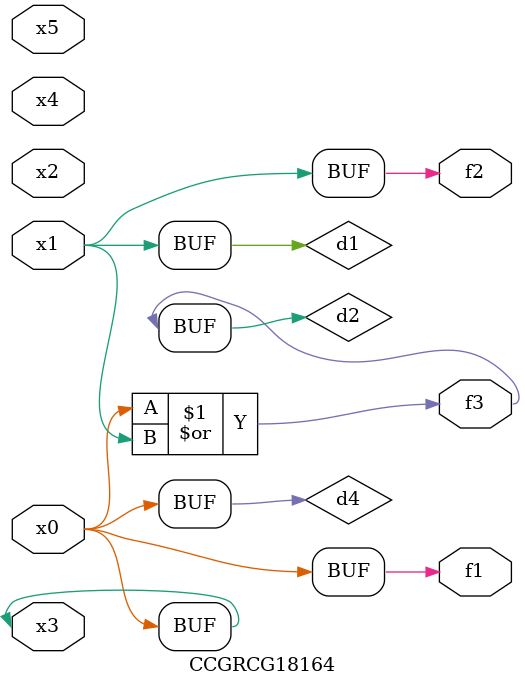
<source format=v>
module CCGRCG18164(
	input x0, x1, x2, x3, x4, x5,
	output f1, f2, f3
);

	wire d1, d2, d3, d4;

	and (d1, x1);
	or (d2, x0, x1);
	nand (d3, x0, x5);
	buf (d4, x0, x3);
	assign f1 = d4;
	assign f2 = d1;
	assign f3 = d2;
endmodule

</source>
